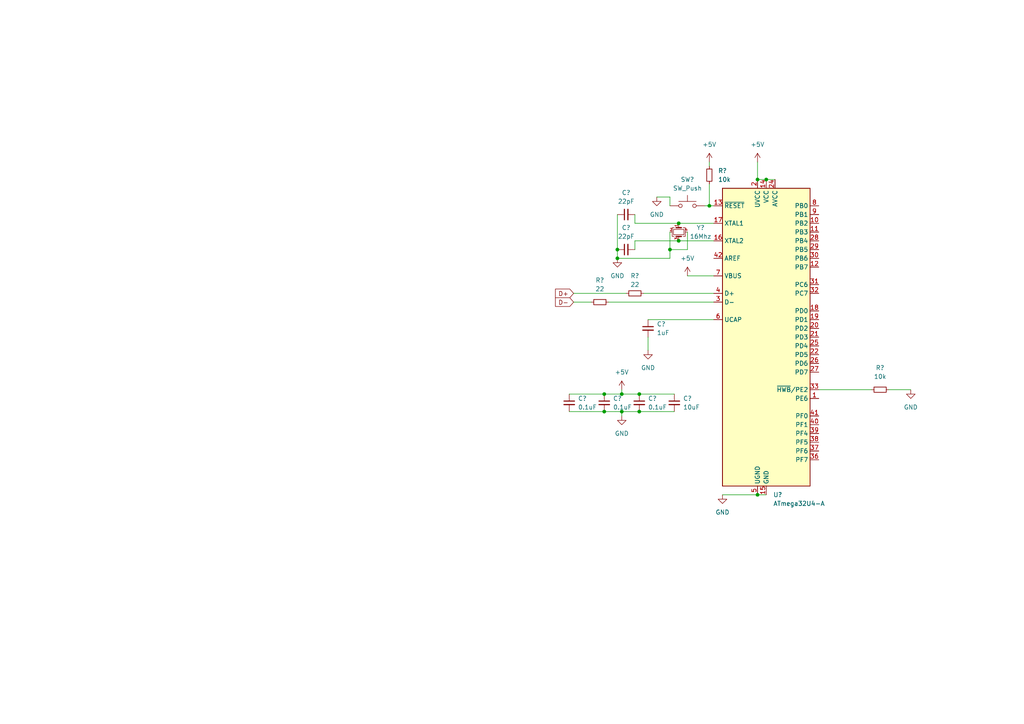
<source format=kicad_sch>
(kicad_sch (version 20211123) (generator eeschema)
  (paper "A4")
  (lib_symbols
    (symbol "Device:C_Small" (pin_numbers hide) (pin_names (offset 0.254) hide)
      (property "Reference" "C" (at 0.254 1.778 0))
      (property "Value" "C_Small" (at 0.254 -2.032 0))
      (symbol "C_Small_0_1"
        (polyline (pts (xy -1.524 -0.508) (xy 1.524 -0.508)) (stroke (width 0.3302)))
        (polyline (pts (xy -1.524 0.508) (xy 1.524 0.508)) (stroke (width 0.3048)))
      )
      (symbol "C_Small_1_1"
        (pin passive line (at 0 2.54 270) (length 2.032) (name "~") (number "1"))
        (pin passive line (at 0 -2.54 90) (length 2.032) (name "~") (number "2"))
      )
    )
    (symbol "Device:Crystal_GND24_Small" (pin_names (offset 1.016) hide)
      (property "Reference" "Y" (at 1.27 4.445 0))
      (property "Value" "Crystal_GND24_Small" (at 1.27 2.54 0))
      (symbol "Crystal_GND24_Small_0_1"
        (rectangle (start -0.762 -1.524) (end 0.762 1.524))
        (polyline (pts (xy -1.27 -0.762) (xy -1.27 0.762)) (stroke (width 0.381)))
        (polyline (pts (xy 1.27 -0.762) (xy 1.27 0.762)) (stroke (width 0.381)))
        (polyline (pts (xy -1.27 -1.27) (xy -1.27 -1.905) (xy 1.27 -1.905) (xy 1.27 -1.27)))
        (polyline (pts (xy -1.27 1.27) (xy -1.27 1.905) (xy 1.27 1.905) (xy 1.27 1.27)))
      )
      (symbol "Crystal_GND24_Small_1_1"
        (pin passive line (at -2.54 0 0) (length 1.27) (name "1") (number "1"))
        (pin passive line (at 0 -2.54 90) (length 0.635) (name "2") (number "2"))
        (pin passive line (at 2.54 0 180) (length 1.27) (name "3") (number "3"))
        (pin passive line (at 0 2.54 270) (length 0.635) (name "4") (number "4"))
      )
    )
    (symbol "Device:R_Small" (pin_numbers hide) (pin_names (offset 0.254) hide)
      (property "Reference" "R" (at 0.762 0.508 0))
      (property "Value" "R_Small" (at 0.762 -1.016 0))
      (symbol "R_Small_0_1"
        (rectangle (start -0.762 1.778) (end 0.762 -1.778) (stroke (width 0.2032)))
      )
      (symbol "R_Small_1_1"
        (pin passive line (at 0 2.54 270) (length 0.762) (name "~") (number "1"))
        (pin passive line (at 0 -2.54 90) (length 0.762) (name "~") (number "2"))
      )
    )
    (symbol "MCU_Microchip_ATmega:ATmega32U4-A"
      (property "Reference" "U" (at -12.7 44.45 0))
      (property "Value" "ATmega32U4-A" (at 2.54 -44.45 0))
      (symbol "ATmega32U4-A_0_1"
        (rectangle (start -12.7 -43.18) (end 12.7 43.18) (stroke (width 0.254)) (fill (type background)))
      )
      (symbol "ATmega32U4-A_1_1"
        (pin bidirectional line (at 15.24 -17.78 180) (length 2.54) (name "PE6") (number "1"))
        (pin bidirectional line (at 15.24 33.02 180) (length 2.54) (name "PB2") (number "10"))
        (pin bidirectional line (at 15.24 30.48 180) (length 2.54) (name "PB3") (number "11"))
        (pin bidirectional line (at 15.24 20.32 180) (length 2.54) (name "PB7") (number "12"))
        (pin input line (at -15.24 38.1 0) (length 2.54) (name "~{RESET}") (number "13"))
        (pin power_in line (at 0 45.72 270) (length 2.54) (name "VCC") (number "14"))
        (pin power_in line (at 0 -45.72 90) (length 2.54) (name "GND") (number "15"))
        (pin output line (at -15.24 27.94 0) (length 2.54) (name "XTAL2") (number "16"))
        (pin input line (at -15.24 33.02 0) (length 2.54) (name "XTAL1") (number "17"))
        (pin bidirectional line (at 15.24 7.62 180) (length 2.54) (name "PD0") (number "18"))
        (pin bidirectional line (at 15.24 5.08 180) (length 2.54) (name "PD1") (number "19"))
        (pin power_in line (at -2.54 45.72 270) (length 2.54) (name "UVCC") (number "2"))
        (pin bidirectional line (at 15.24 2.54 180) (length 2.54) (name "PD2") (number "20"))
        (pin bidirectional line (at 15.24 0 180) (length 2.54) (name "PD3") (number "21"))
        (pin bidirectional line (at 15.24 -5.08 180) (length 2.54) (name "PD5") (number "22"))
        (pin passive line (at 0 -45.72 90) (length 2.54) hide (name "GND") (number "23"))
        (pin power_in line (at 2.54 45.72 270) (length 2.54) (name "AVCC") (number "24"))
        (pin bidirectional line (at 15.24 -2.54 180) (length 2.54) (name "PD4") (number "25"))
        (pin bidirectional line (at 15.24 -7.62 180) (length 2.54) (name "PD6") (number "26"))
        (pin bidirectional line (at 15.24 -10.16 180) (length 2.54) (name "PD7") (number "27"))
        (pin bidirectional line (at 15.24 27.94 180) (length 2.54) (name "PB4") (number "28"))
        (pin bidirectional line (at 15.24 25.4 180) (length 2.54) (name "PB5") (number "29"))
        (pin bidirectional line (at -15.24 10.16 0) (length 2.54) (name "D-") (number "3"))
        (pin bidirectional line (at 15.24 22.86 180) (length 2.54) (name "PB6") (number "30"))
        (pin bidirectional line (at 15.24 15.24 180) (length 2.54) (name "PC6") (number "31"))
        (pin bidirectional line (at 15.24 12.7 180) (length 2.54) (name "PC7") (number "32"))
        (pin bidirectional line (at 15.24 -15.24 180) (length 2.54) (name "~{HWB}/PE2") (number "33"))
        (pin passive line (at 0 45.72 270) (length 2.54) hide (name "VCC") (number "34"))
        (pin passive line (at 0 -45.72 90) (length 2.54) hide (name "GND") (number "35"))
        (pin bidirectional line (at 15.24 -35.56 180) (length 2.54) (name "PF7") (number "36"))
        (pin bidirectional line (at 15.24 -33.02 180) (length 2.54) (name "PF6") (number "37"))
        (pin bidirectional line (at 15.24 -30.48 180) (length 2.54) (name "PF5") (number "38"))
        (pin bidirectional line (at 15.24 -27.94 180) (length 2.54) (name "PF4") (number "39"))
        (pin bidirectional line (at -15.24 12.7 0) (length 2.54) (name "D+") (number "4"))
        (pin bidirectional line (at 15.24 -25.4 180) (length 2.54) (name "PF1") (number "40"))
        (pin bidirectional line (at 15.24 -22.86 180) (length 2.54) (name "PF0") (number "41"))
        (pin passive line (at -15.24 22.86 0) (length 2.54) (name "AREF") (number "42"))
        (pin passive line (at 0 -45.72 90) (length 2.54) hide (name "GND") (number "43"))
        (pin passive line (at 2.54 45.72 270) (length 2.54) hide (name "AVCC") (number "44"))
        (pin passive line (at -2.54 -45.72 90) (length 2.54) (name "UGND") (number "5"))
        (pin passive line (at -15.24 5.08 0) (length 2.54) (name "UCAP") (number "6"))
        (pin input line (at -15.24 17.78 0) (length 2.54) (name "VBUS") (number "7"))
        (pin bidirectional line (at 15.24 38.1 180) (length 2.54) (name "PB0") (number "8"))
        (pin bidirectional line (at 15.24 35.56 180) (length 2.54) (name "PB1") (number "9"))
      )
    )
    (symbol "Switch:SW_Push" (pin_numbers hide) (pin_names (offset 1.016) hide)
      (property "Reference" "SW" (at 1.27 2.54 0))
      (property "Value" "SW_Push" (at 0 -1.524 0))
      (symbol "SW_Push_0_1"
        (circle (center -2.032 0) (radius 0.508))
        (polyline (pts (xy 0 1.27) (xy 0 3.048)))
        (polyline (pts (xy 2.54 1.27) (xy -2.54 1.27)))
        (circle (center 2.032 0) (radius 0.508))
        (pin passive line (at -5.08 0 0) (length 2.54) (name "1") (number "1"))
        (pin passive line (at 5.08 0 180) (length 2.54) (name "2") (number "2"))
      )
    )
    (symbol "power:+5V" (power) (pin_names (offset 0))
      (property "Value" "+5V" (at 0 3.556 0))
      (symbol "+5V_0_1"
        (polyline (pts (xy -0.762 1.27) (xy 0 2.54)))
        (polyline (pts (xy 0 0) (xy 0 2.54)))
        (polyline (pts (xy 0 2.54) (xy 0.762 1.27)))
      )
      (symbol "+5V_1_1"
        (pin power_in line (at 0 0 90) (length 0) hide (name "+5V") (number "1"))
      )
    )
    (symbol "power:GND" (power) (pin_names (offset 0))
      (property "Value" "GND" (at 0 -3.81 0))
      (symbol "GND_0_1"
        (polyline (pts (xy 0 0) (xy 0 -1.27) (xy 1.27 -1.27) (xy 0 -2.54) (xy -1.27 -1.27) (xy 0 -1.27)))
      )
      (symbol "GND_1_1"
        (pin power_in line (at 0 0 270) (length 0) hide (name "GND") (number "1"))
      )
    )
  )
  (junction (at 219.71 52.07))
  (junction (at 180.34 119.38))
  (junction (at 222.25 52.07))
  (junction (at 185.42 114.3))
  (junction (at 194.31 72.39))
  (junction (at 205.74 59.69))
  (junction (at 179.07 74.93))
  (junction (at 175.26 114.3))
  (junction (at 179.07 72.39))
  (junction (at 196.85 69.85))
  (junction (at 175.26 119.38))
  (junction (at 180.34 114.3))
  (junction (at 219.71 143.51))
  (junction (at 185.42 119.38))
  (junction (at 196.85 64.77))
  (wire (pts (xy 180.34 119.38) (xy 185.42 119.38)))
  (wire (pts (xy 176.53 87.63) (xy 207.01 87.63)))
  (wire (pts (xy 179.07 62.23) (xy 179.07 72.39)))
  (wire (pts (xy 180.34 119.38) (xy 180.34 120.65)))
  (wire (pts (xy 185.42 114.3) (xy 195.58 114.3)))
  (wire (pts (xy 194.31 72.39) (xy 199.39 72.39)))
  (wire (pts (xy 199.39 80.01) (xy 207.01 80.01)))
  (wire (pts (xy 184.15 64.77) (xy 196.85 64.77)))
  (wire (pts (xy 237.49 113.03) (xy 252.73 113.03)))
  (wire (pts (xy 184.15 72.39) (xy 184.15 69.85)))
  (wire (pts (xy 204.47 59.69) (xy 205.74 59.69)))
  (wire (pts (xy 205.74 46.99) (xy 205.74 48.26)))
  (wire (pts (xy 179.07 72.39) (xy 179.07 74.93)))
  (wire (pts (xy 187.96 97.79) (xy 187.96 101.6)))
  (wire (pts (xy 186.69 85.09) (xy 207.01 85.09)))
  (wire (pts (xy 199.39 67.31) (xy 199.39 72.39)))
  (wire (pts (xy 175.26 119.38) (xy 180.34 119.38)))
  (wire (pts (xy 194.31 72.39) (xy 194.31 74.93)))
  (wire (pts (xy 219.71 46.99) (xy 219.71 52.07)))
  (wire (pts (xy 180.34 114.3) (xy 185.42 114.3)))
  (wire (pts (xy 184.15 69.85) (xy 196.85 69.85)))
  (wire (pts (xy 187.96 92.71) (xy 207.01 92.71)))
  (wire (pts (xy 180.34 113.03) (xy 180.34 114.3)))
  (wire (pts (xy 222.25 52.07) (xy 224.79 52.07)))
  (wire (pts (xy 219.71 52.07) (xy 222.25 52.07)))
  (wire (pts (xy 205.74 53.34) (xy 205.74 59.69)))
  (wire (pts (xy 179.07 74.93) (xy 194.31 74.93)))
  (wire (pts (xy 184.15 62.23) (xy 184.15 64.77)))
  (wire (pts (xy 175.26 114.3) (xy 180.34 114.3)))
  (wire (pts (xy 166.37 87.63) (xy 171.45 87.63)))
  (wire (pts (xy 190.5 57.15) (xy 194.31 57.15)))
  (wire (pts (xy 166.37 85.09) (xy 181.61 85.09)))
  (wire (pts (xy 196.85 64.77) (xy 207.01 64.77)))
  (wire (pts (xy 219.71 143.51) (xy 222.25 143.51)))
  (wire (pts (xy 165.1 119.38) (xy 175.26 119.38)))
  (wire (pts (xy 257.81 113.03) (xy 264.16 113.03)))
  (wire (pts (xy 185.42 119.38) (xy 195.58 119.38)))
  (wire (pts (xy 165.1 114.3) (xy 175.26 114.3)))
  (wire (pts (xy 194.31 67.31) (xy 194.31 72.39)))
  (wire (pts (xy 205.74 59.69) (xy 207.01 59.69)))
  (wire (pts (xy 196.85 69.85) (xy 207.01 69.85)))
  (wire (pts (xy 209.55 143.51) (xy 219.71 143.51)))
  (wire (pts (xy 194.31 57.15) (xy 194.31 59.69)))
  (global_label "D-" (shape input) (at 166.37 87.63 180) (property "Intersheet References" "${INTERSHEET_REFS}" (effects hide)))
  (global_label "D+" (shape input) (at 166.37 85.09 180) (property "Intersheet References" "${INTERSHEET_REFS}" (effects hide)))
  (symbol (lib_id "Device:C_Small") (at 181.61 62.23 90) (unit 1)
    (property "Reference" "C?" (at 181.6163 55.88 90))
    (property "Value" "22pF" (at 181.6163 58.42 90))
  )
  (symbol (lib_id "Device:C_Small") (at 187.96 95.25 0) (unit 1)
    (property "Reference" "C?" (at 190.5 93.9862 0) (effects (justify left)))
    (property "Value" "1uF" (at 190.5 96.5262 0) (effects (justify left)))
  )
  (symbol (lib_id "Device:C_Small") (at 195.58 116.84 0) (unit 1)
    (property "Reference" "C?" (at 198.12 115.5762 0) (effects (justify left)))
    (property "Value" "10uF" (at 198.12 118.1162 0) (effects (justify left)))
  )
  (symbol (lib_id "Device:Crystal_GND24_Small") (at 196.85 67.31 270) (unit 1)
    (property "Reference" "Y?" (at 203.2 66.04 90))
    (property "Value" "16Mhz" (at 203.2 68.58 90))
  )
  (symbol (lib_id "power:GND") (at 209.55 143.51 0) (unit 1)
    (property "Reference" "#PWR?" (effects hide))
    (property "Value" "GND" (at 209.55 148.59 0))
  )
  (symbol (lib_id "Device:C_Small") (at 165.1 116.84 0) (unit 1)
    (property "Reference" "C?" (at 167.64 115.5762 0) (effects (justify left)))
    (property "Value" "0.1uF" (at 167.64 118.1162 0) (effects (justify left)))
  )
  (symbol (lib_id "power:+5V") (at 219.71 46.99 0) (unit 1)
    (property "Reference" "#PWR?" (effects hide))
    (property "Value" "+5V" (at 219.71 41.91 0))
  )
  (symbol (lib_id "Device:R_Small") (at 173.99 87.63 90) (unit 1)
    (property "Reference" "R?" (at 173.99 81.28 90))
    (property "Value" "22" (at 173.99 83.82 90))
  )
  (symbol (lib_id "Device:C_Small") (at 175.26 116.84 0) (unit 1)
    (property "Reference" "C?" (at 177.8 115.5762 0) (effects (justify left)))
    (property "Value" "0.1uF" (at 177.8 118.1162 0) (effects (justify left)))
  )
  (symbol (lib_id "Device:C_Small") (at 181.61 72.39 90) (unit 1)
    (property "Reference" "C?" (at 181.6163 66.04 90))
    (property "Value" "22pF" (at 181.6163 68.58 90))
  )
  (symbol (lib_id "power:GND") (at 179.07 74.93 0) (unit 1)
    (property "Reference" "#PWR?" (effects hide))
    (property "Value" "GND" (at 179.07 80.01 0))
  )
  (symbol (lib_id "MCU_Microchip_ATmega:ATmega32U4-A") (at 222.25 97.79 0) (unit 1)
    (property "Reference" "U?" (at 224.2694 143.51 0) (effects (justify left)))
    (property "Value" "ATmega32U4-A" (at 224.2694 146.05 0) (effects (justify left)))
    (property "Footprint" "Package_QFP:TQFP-44_10x10mm_P0.8mm" (effects hide))
    (property "Datasheet" "http://ww1.microchip.com/downloads/en/DeviceDoc/Atmel-7766-8-bit-AVR-ATmega16U4-32U4_Datasheet.pdf" (effects hide))
  )
  (symbol (lib_id "Device:R_Small") (at 205.74 50.8 0) (unit 1)
    (property "Reference" "R?" (at 208.28 49.5299 0) (effects (justify left)))
    (property "Value" "10k" (at 208.28 52.0699 0) (effects (justify left)))
  )
  (symbol (lib_id "power:+5V") (at 205.74 46.99 0) (unit 1)
    (property "Reference" "#PWR?" (effects hide))
    (property "Value" "+5V" (at 205.74 41.91 0))
  )
  (symbol (lib_id "power:GND") (at 190.5 57.15 0) (unit 1)
    (property "Reference" "#PWR?" (effects hide))
    (property "Value" "GND" (at 190.5 62.23 0))
  )
  (symbol (lib_id "power:+5V") (at 199.39 80.01 0) (unit 1)
    (property "Reference" "#PWR?" (effects hide))
    (property "Value" "+5V" (at 199.39 74.93 0))
  )
  (symbol (lib_id "Device:R_Small") (at 184.15 85.09 90) (unit 1)
    (property "Reference" "R?" (at 184.15 80.01 90))
    (property "Value" "22" (at 184.15 82.55 90))
  )
  (symbol (lib_id "Device:C_Small") (at 185.42 116.84 0) (unit 1)
    (property "Reference" "C?" (at 187.96 115.5762 0) (effects (justify left)))
    (property "Value" "0.1uF" (at 187.96 118.1162 0) (effects (justify left)))
  )
  (symbol (lib_id "power:+5V") (at 180.34 113.03 0) (unit 1)
    (property "Reference" "#PWR?" (effects hide))
    (property "Value" "+5V" (at 180.34 107.95 0))
  )
  (symbol (lib_id "power:GND") (at 264.16 113.03 0) (unit 1)
    (property "Reference" "#PWR?" (effects hide))
    (property "Value" "GND" (at 264.16 118.11 0))
  )
  (symbol (lib_id "Device:R_Small") (at 255.27 113.03 90) (unit 1)
    (property "Reference" "R?" (at 255.27 106.68 90))
    (property "Value" "10k" (at 255.27 109.22 90))
  )
  (symbol (lib_id "power:GND") (at 187.96 101.6 0) (unit 1)
    (property "Reference" "#PWR?" (effects hide))
    (property "Value" "GND" (at 187.96 106.68 0))
  )
  (symbol (lib_id "Switch:SW_Push") (at 199.39 59.69 0) (unit 1)
    (property "Reference" "SW?" (at 199.39 52.07 0))
    (property "Value" "SW_Push" (at 199.39 54.61 0))
  )
  (symbol (lib_id "power:GND") (at 180.34 120.65 0) (unit 1)
    (property "Reference" "#PWR?" (effects hide))
    (property "Value" "GND" (at 180.34 125.73 0))
  )
)
</source>
